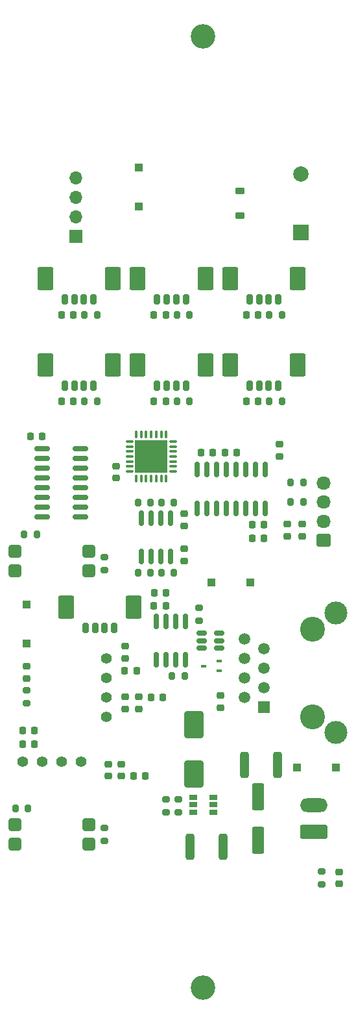
<source format=gbr>
%TF.GenerationSoftware,KiCad,Pcbnew,7.0.10*%
%TF.CreationDate,2024-04-30T16:54:10+09:00*%
%TF.ProjectId,Panel_board,50616e65-6c5f-4626-9f61-72642e6b6963,rev?*%
%TF.SameCoordinates,Original*%
%TF.FileFunction,Soldermask,Top*%
%TF.FilePolarity,Negative*%
%FSLAX46Y46*%
G04 Gerber Fmt 4.6, Leading zero omitted, Abs format (unit mm)*
G04 Created by KiCad (PCBNEW 7.0.10) date 2024-04-30 16:54:10*
%MOMM*%
%LPD*%
G01*
G04 APERTURE LIST*
G04 Aperture macros list*
%AMRoundRect*
0 Rectangle with rounded corners*
0 $1 Rounding radius*
0 $2 $3 $4 $5 $6 $7 $8 $9 X,Y pos of 4 corners*
0 Add a 4 corners polygon primitive as box body*
4,1,4,$2,$3,$4,$5,$6,$7,$8,$9,$2,$3,0*
0 Add four circle primitives for the rounded corners*
1,1,$1+$1,$2,$3*
1,1,$1+$1,$4,$5*
1,1,$1+$1,$6,$7*
1,1,$1+$1,$8,$9*
0 Add four rect primitives between the rounded corners*
20,1,$1+$1,$2,$3,$4,$5,0*
20,1,$1+$1,$4,$5,$6,$7,0*
20,1,$1+$1,$6,$7,$8,$9,0*
20,1,$1+$1,$8,$9,$2,$3,0*%
G04 Aperture macros list end*
%ADD10R,1.000000X1.000000*%
%ADD11RoundRect,0.200000X0.200000X0.275000X-0.200000X0.275000X-0.200000X-0.275000X0.200000X-0.275000X0*%
%ADD12RoundRect,0.200000X-0.275000X0.200000X-0.275000X-0.200000X0.275000X-0.200000X0.275000X0.200000X0*%
%ADD13RoundRect,0.250000X0.675000X-0.600000X0.675000X0.600000X-0.675000X0.600000X-0.675000X-0.600000X0*%
%ADD14O,1.850000X1.700000*%
%ADD15RoundRect,0.225000X-0.250000X0.225000X-0.250000X-0.225000X0.250000X-0.225000X0.250000X0.225000X0*%
%ADD16C,3.200000*%
%ADD17RoundRect,0.225000X0.225000X0.250000X-0.225000X0.250000X-0.225000X-0.250000X0.225000X-0.250000X0*%
%ADD18C,1.400000*%
%ADD19RoundRect,0.150000X-0.150000X0.850000X-0.150000X-0.850000X0.150000X-0.850000X0.150000X0.850000X0*%
%ADD20RoundRect,0.250000X1.550000X-0.650000X1.550000X0.650000X-1.550000X0.650000X-1.550000X-0.650000X0*%
%ADD21O,3.600000X1.800000*%
%ADD22RoundRect,0.225000X0.250000X-0.225000X0.250000X0.225000X-0.250000X0.225000X-0.250000X-0.225000X0*%
%ADD23C,3.250000*%
%ADD24R,1.500000X1.500000*%
%ADD25C,1.500000*%
%ADD26C,3.000000*%
%ADD27RoundRect,0.290520X-0.516480X-0.546480X0.516480X-0.546480X0.516480X0.546480X-0.516480X0.546480X0*%
%ADD28RoundRect,0.200000X0.275000X-0.200000X0.275000X0.200000X-0.275000X0.200000X-0.275000X-0.200000X0*%
%ADD29RoundRect,0.200000X-0.200000X-0.275000X0.200000X-0.275000X0.200000X0.275000X-0.200000X0.275000X0*%
%ADD30RoundRect,0.250000X0.550000X-1.500000X0.550000X1.500000X-0.550000X1.500000X-0.550000X-1.500000X0*%
%ADD31RoundRect,0.200000X0.200000X0.450000X-0.200000X0.450000X-0.200000X-0.450000X0.200000X-0.450000X0*%
%ADD32RoundRect,0.250001X0.799999X1.249999X-0.799999X1.249999X-0.799999X-1.249999X0.799999X-1.249999X0*%
%ADD33RoundRect,0.218750X0.218750X0.256250X-0.218750X0.256250X-0.218750X-0.256250X0.218750X-0.256250X0*%
%ADD34RoundRect,0.225000X-0.225000X-0.250000X0.225000X-0.250000X0.225000X0.250000X-0.225000X0.250000X0*%
%ADD35R,1.000000X0.700000*%
%ADD36RoundRect,0.218750X-0.256250X0.218750X-0.256250X-0.218750X0.256250X-0.218750X0.256250X0.218750X0*%
%ADD37R,2.000000X2.000000*%
%ADD38C,2.000000*%
%ADD39RoundRect,0.150000X0.150000X-0.825000X0.150000X0.825000X-0.150000X0.825000X-0.150000X-0.825000X0*%
%ADD40RoundRect,0.218750X-0.218750X-0.256250X0.218750X-0.256250X0.218750X0.256250X-0.218750X0.256250X0*%
%ADD41R,1.700000X1.700000*%
%ADD42O,1.700000X1.700000*%
%ADD43RoundRect,0.225000X0.375000X-0.225000X0.375000X0.225000X-0.375000X0.225000X-0.375000X-0.225000X0*%
%ADD44RoundRect,0.150000X-0.150000X0.825000X-0.150000X-0.825000X0.150000X-0.825000X0.150000X0.825000X0*%
%ADD45RoundRect,0.150000X-0.512500X-0.150000X0.512500X-0.150000X0.512500X0.150000X-0.512500X0.150000X0*%
%ADD46R,0.700000X0.450000*%
%ADD47RoundRect,0.250000X-0.312500X-1.450000X0.312500X-1.450000X0.312500X1.450000X-0.312500X1.450000X0*%
%ADD48RoundRect,0.250000X1.000000X-1.500000X1.000000X1.500000X-1.000000X1.500000X-1.000000X-1.500000X0*%
%ADD49RoundRect,0.075000X-0.437500X-0.075000X0.437500X-0.075000X0.437500X0.075000X-0.437500X0.075000X0*%
%ADD50RoundRect,0.075000X-0.075000X-0.437500X0.075000X-0.437500X0.075000X0.437500X-0.075000X0.437500X0*%
%ADD51R,4.250000X4.250000*%
%ADD52RoundRect,0.250000X0.312500X1.450000X-0.312500X1.450000X-0.312500X-1.450000X0.312500X-1.450000X0*%
%ADD53RoundRect,0.150000X0.825000X0.150000X-0.825000X0.150000X-0.825000X-0.150000X0.825000X-0.150000X0*%
G04 APERTURE END LIST*
D10*
%TO.C,TP8*%
X-8382000Y-22225000D03*
%TD*%
D11*
%TO.C,R13*%
X-2350000Y-83357000D03*
X-4000000Y-83357000D03*
%TD*%
D12*
%TO.C,R9*%
X-12827000Y-67927000D03*
X-12827000Y-69577000D03*
%TD*%
D13*
%TO.C,J2*%
X15765000Y-65726000D03*
D14*
X15765000Y-63226000D03*
X15765000Y-60726000D03*
X15765000Y-58226000D03*
%TD*%
D15*
%TO.C,C13*%
X-11303000Y-56039000D03*
X-11303000Y-57589000D03*
%TD*%
D16*
%TO.C,H2*%
X0Y-124000000D03*
%TD*%
D17*
%TO.C,C23*%
X7229000Y-47626000D03*
X5679000Y-47626000D03*
%TD*%
%TO.C,C22*%
X-16901000Y-36323000D03*
X-18451000Y-36323000D03*
%TD*%
D18*
%TO.C,U1*%
X-15875000Y-94533000D03*
X-18415000Y-94533000D03*
X-20955000Y-94533000D03*
X-23495000Y-94533000D03*
%TD*%
D12*
%TO.C,R10*%
X-12827000Y-103233000D03*
X-12827000Y-104883000D03*
%TD*%
D19*
%TO.C,U4*%
X8128000Y-56513000D03*
X6858000Y-56513000D03*
X5588000Y-56513000D03*
X4318000Y-56513000D03*
X3048000Y-56513000D03*
X1778000Y-56513000D03*
X508000Y-56513000D03*
X-762000Y-56513000D03*
X-762000Y-61513000D03*
X508000Y-61513000D03*
X1778000Y-61513000D03*
X3048000Y-61513000D03*
X4318000Y-61513000D03*
X5588000Y-61513000D03*
X6858000Y-61513000D03*
X8128000Y-61513000D03*
%TD*%
D20*
%TO.C,J1*%
X14466500Y-103721000D03*
D21*
X14466500Y-100221000D03*
%TD*%
D22*
%TO.C,C19*%
X2286000Y-87516000D03*
X2286000Y-85966000D03*
%TD*%
D23*
%TO.C,J11*%
X14351000Y-88691000D03*
X14351000Y-77261000D03*
D24*
X8001000Y-87421000D03*
D25*
X5461000Y-86151000D03*
X8001000Y-84881000D03*
X5461000Y-83611000D03*
X8001000Y-82341000D03*
X5461000Y-81071000D03*
X8001000Y-79801000D03*
X5461000Y-78531000D03*
D26*
X17401000Y-90746000D03*
X17401000Y-75206000D03*
%TD*%
D22*
%TO.C,C9*%
X-12319000Y-96451000D03*
X-12319000Y-94901000D03*
%TD*%
D27*
%TO.C,U6*%
X-24535000Y-102788000D03*
X-24535000Y-105328000D03*
X-14835000Y-105328000D03*
X-14835000Y-102788000D03*
%TD*%
D10*
%TO.C,TP6*%
X17399000Y-95295000D03*
%TD*%
D28*
%TO.C,R16*%
X-3175000Y-101155000D03*
X-3175000Y-99505000D03*
%TD*%
D11*
%TO.C,R17*%
X10327000Y-36323000D03*
X8677000Y-36323000D03*
%TD*%
D15*
%TO.C,C6*%
X10033000Y-53200000D03*
X10033000Y-54750000D03*
%TD*%
D10*
%TO.C,TP1*%
X-22987000Y-74086000D03*
%TD*%
D11*
%TO.C,R11*%
X-3747000Y-69895000D03*
X-5397000Y-69895000D03*
%TD*%
%TO.C,R19*%
X-13803000Y-36323000D03*
X-15453000Y-36323000D03*
%TD*%
D29*
%TO.C,R5*%
X11494000Y-60706000D03*
X13144000Y-60706000D03*
%TD*%
D30*
%TO.C,C28*%
X7239000Y-104781000D03*
X7239000Y-99181000D03*
%TD*%
D17*
%TO.C,C3*%
X1283000Y-54274000D03*
X-267000Y-54274000D03*
%TD*%
%TO.C,C25*%
X-16901000Y-47626000D03*
X-18451000Y-47626000D03*
%TD*%
D31*
%TO.C,J7*%
X-14274000Y-34291000D03*
X-15524000Y-34291000D03*
X-16774000Y-34291000D03*
X-18024000Y-34291000D03*
D32*
X-11724000Y-31541000D03*
X-20574000Y-31541000D03*
%TD*%
D15*
%TO.C,C18*%
X-8382000Y-86138000D03*
X-8382000Y-87688000D03*
%TD*%
D33*
%TO.C,FB2*%
X-8610500Y-82722000D03*
X-10185500Y-82722000D03*
%TD*%
D34*
%TO.C,C17*%
X-6363000Y-72562000D03*
X-4813000Y-72562000D03*
%TD*%
D35*
%TO.C,Q2*%
X-1234000Y-99253000D03*
X-1234000Y-100203000D03*
X-1234000Y-101153000D03*
X1366000Y-101153000D03*
X1366000Y-100203000D03*
X1366000Y-99253000D03*
%TD*%
D36*
%TO.C,D2*%
X-22987000Y-82163000D03*
X-22987000Y-83738000D03*
%TD*%
D28*
%TO.C,R7*%
X-22987000Y-86950500D03*
X-22987000Y-85300500D03*
%TD*%
D17*
%TO.C,C21*%
X-4836000Y-36323000D03*
X-6386000Y-36323000D03*
%TD*%
D22*
%TO.C,C14*%
X-10160000Y-81084000D03*
X-10160000Y-79534000D03*
%TD*%
D11*
%TO.C,R1*%
X-3747000Y-60751000D03*
X-5397000Y-60751000D03*
%TD*%
%TO.C,R20*%
X10327000Y-47626000D03*
X8677000Y-47626000D03*
%TD*%
D31*
%TO.C,J10*%
X-14274000Y-45594000D03*
X-15524000Y-45594000D03*
X-16774000Y-45594000D03*
X-18024000Y-45594000D03*
D32*
X-11724000Y-42844000D03*
X-20574000Y-42844000D03*
%TD*%
D10*
%TO.C,TP7*%
X-8382000Y-17145000D03*
%TD*%
D22*
%TO.C,C1*%
X-2413000Y-63812000D03*
X-2413000Y-62262000D03*
%TD*%
D10*
%TO.C,TP4*%
X6223000Y-71165000D03*
%TD*%
D33*
%TO.C,FB1*%
X-21945500Y-90469000D03*
X-23520500Y-90469000D03*
%TD*%
D31*
%TO.C,J5*%
X9856000Y-34291000D03*
X8606000Y-34291000D03*
X7356000Y-34291000D03*
X6106000Y-34291000D03*
D32*
X12406000Y-31541000D03*
X3556000Y-31541000D03*
%TD*%
D27*
%TO.C,U3*%
X-24559000Y-67101000D03*
X-24559000Y-69641000D03*
X-14859000Y-69641000D03*
X-14859000Y-67101000D03*
%TD*%
D15*
%TO.C,C16*%
X-10160000Y-86138000D03*
X-10160000Y-87688000D03*
%TD*%
D37*
%TO.C,BZ1*%
X12827000Y-25562000D03*
D38*
X12827000Y-17962000D03*
%TD*%
D39*
%TO.C,U7*%
X-6096000Y-81260000D03*
X-4826000Y-81260000D03*
X-3556000Y-81260000D03*
X-2286000Y-81260000D03*
X-2286000Y-76310000D03*
X-3556000Y-76310000D03*
X-4826000Y-76310000D03*
X-6096000Y-76310000D03*
%TD*%
D11*
%TO.C,R22*%
X-13803000Y-47626000D03*
X-15453000Y-47626000D03*
%TD*%
D22*
%TO.C,C10*%
X-10668000Y-96451000D03*
X-10668000Y-94901000D03*
%TD*%
D31*
%TO.C,J9*%
X-2209000Y-45594000D03*
X-3459000Y-45594000D03*
X-4709000Y-45594000D03*
X-5959000Y-45594000D03*
D32*
X341000Y-42844000D03*
X-8509000Y-42844000D03*
%TD*%
D11*
%TO.C,R2*%
X-6795000Y-60751000D03*
X-8445000Y-60751000D03*
%TD*%
D40*
%TO.C,TH1*%
X-9042500Y-96438000D03*
X-7467500Y-96438000D03*
%TD*%
D34*
%TO.C,C12*%
X6464000Y-65450000D03*
X8014000Y-65450000D03*
%TD*%
D40*
%TO.C,TH2*%
X-6756500Y-86151000D03*
X-5181500Y-86151000D03*
%TD*%
D41*
%TO.C,J3*%
X-16580000Y-26070000D03*
D42*
X-16580000Y-23530000D03*
X-16580000Y-20990000D03*
X-16580000Y-18450000D03*
%TD*%
D11*
%TO.C,R18*%
X-1738000Y-36323000D03*
X-3388000Y-36323000D03*
%TD*%
%TO.C,R4*%
X-21654000Y-64942000D03*
X-23304000Y-64942000D03*
%TD*%
D12*
%TO.C,R14*%
X-508000Y-74531000D03*
X-508000Y-76181000D03*
%TD*%
D31*
%TO.C,J8*%
X9856000Y-45594000D03*
X8606000Y-45594000D03*
X7356000Y-45594000D03*
X6106000Y-45594000D03*
D32*
X12406000Y-42844000D03*
X3556000Y-42844000D03*
%TD*%
D15*
%TO.C,C5*%
X-2413000Y-66834000D03*
X-2413000Y-68384000D03*
%TD*%
D43*
%TO.C,D3*%
X4826000Y-23412000D03*
X4826000Y-20112000D03*
%TD*%
D44*
%TO.C,U2*%
X-4191000Y-62848000D03*
X-5461000Y-62848000D03*
X-6731000Y-62848000D03*
X-8001000Y-62848000D03*
X-8001000Y-67798000D03*
X-6731000Y-67798000D03*
X-5461000Y-67798000D03*
X-4191000Y-67798000D03*
%TD*%
D18*
%TO.C,U8*%
X-12573000Y-88691000D03*
X-12573000Y-86151000D03*
X-12573000Y-83611000D03*
X-12573000Y-81071000D03*
%TD*%
D45*
%TO.C,U9*%
X-121500Y-77835000D03*
X-121500Y-78785000D03*
X-121500Y-79735000D03*
X2153500Y-79735000D03*
X2153500Y-78785000D03*
X2153500Y-77835000D03*
%TD*%
D29*
%TO.C,R6*%
X-24447000Y-100629000D03*
X-22797000Y-100629000D03*
%TD*%
%TO.C,R12*%
X-8445000Y-69895000D03*
X-6795000Y-69895000D03*
%TD*%
D10*
%TO.C,TP3*%
X1143000Y-71165000D03*
%TD*%
D12*
%TO.C,R15*%
X-4826000Y-99505000D03*
X-4826000Y-101155000D03*
%TD*%
D17*
%TO.C,C20*%
X7229000Y-36323000D03*
X5679000Y-36323000D03*
%TD*%
D34*
%TO.C,C11*%
X6464000Y-63712000D03*
X8014000Y-63712000D03*
%TD*%
D46*
%TO.C,U10*%
X2143000Y-82737000D03*
X2143000Y-81437000D03*
X143000Y-82087000D03*
%TD*%
D31*
%TO.C,J6*%
X-2209000Y-34291000D03*
X-3459000Y-34291000D03*
X-4709000Y-34291000D03*
X-5959000Y-34291000D03*
D32*
X341000Y-31541000D03*
X-8509000Y-31541000D03*
%TD*%
D10*
%TO.C,TP5*%
X12319000Y-95295000D03*
%TD*%
D11*
%TO.C,R21*%
X-1738000Y-47626000D03*
X-3388000Y-47626000D03*
%TD*%
D34*
%TO.C,C2*%
X-23508000Y-92247000D03*
X-21958000Y-92247000D03*
%TD*%
D47*
%TO.C,F1*%
X5482500Y-94996000D03*
X9757500Y-94996000D03*
%TD*%
D29*
%TO.C,R3*%
X11494000Y-58166000D03*
X13144000Y-58166000D03*
%TD*%
D34*
%TO.C,C7*%
X2908000Y-54274000D03*
X4458000Y-54274000D03*
%TD*%
D12*
%TO.C,R8*%
X15494000Y-108903000D03*
X15494000Y-110553000D03*
%TD*%
D48*
%TO.C,C27*%
X-1143000Y-96214000D03*
X-1143000Y-89714000D03*
%TD*%
D16*
%TO.C,H1*%
X0Y0D03*
%TD*%
D31*
%TO.C,J12*%
X-11557000Y-77134000D03*
X-12807000Y-77134000D03*
X-14057000Y-77134000D03*
X-15307000Y-77134000D03*
D32*
X-9007000Y-74384000D03*
X-17857000Y-74384000D03*
%TD*%
D22*
%TO.C,C8*%
X12954000Y-65164000D03*
X12954000Y-63614000D03*
%TD*%
D49*
%TO.C,U5*%
X-9568500Y-52832000D03*
X-9568500Y-53482000D03*
X-9568500Y-54132000D03*
X-9568500Y-54782000D03*
X-9568500Y-55432000D03*
X-9568500Y-56082000D03*
X-9568500Y-56732000D03*
D50*
X-8681000Y-57619500D03*
X-8031000Y-57619500D03*
X-7381000Y-57619500D03*
X-6731000Y-57619500D03*
X-6081000Y-57619500D03*
X-5431000Y-57619500D03*
X-4781000Y-57619500D03*
D49*
X-3893500Y-56732000D03*
X-3893500Y-56082000D03*
X-3893500Y-55432000D03*
X-3893500Y-54782000D03*
X-3893500Y-54132000D03*
X-3893500Y-53482000D03*
X-3893500Y-52832000D03*
D50*
X-4781000Y-51944500D03*
X-5431000Y-51944500D03*
X-6081000Y-51944500D03*
X-6731000Y-51944500D03*
X-7381000Y-51944500D03*
X-8031000Y-51944500D03*
X-8681000Y-51944500D03*
D51*
X-6731000Y-54782000D03*
%TD*%
D34*
%TO.C,C26*%
X-22492000Y-52115000D03*
X-20942000Y-52115000D03*
%TD*%
D52*
%TO.C,TH3*%
X2645500Y-105664000D03*
X-1629500Y-105664000D03*
%TD*%
D10*
%TO.C,TP2*%
X-22987000Y-79166000D03*
%TD*%
D17*
%TO.C,C24*%
X-4836000Y-47626000D03*
X-6386000Y-47626000D03*
%TD*%
D53*
%TO.C,U11*%
X-16005000Y-62656000D03*
X-16005000Y-61386000D03*
X-16005000Y-60116000D03*
X-16005000Y-58846000D03*
X-16005000Y-57576000D03*
X-16005000Y-56306000D03*
X-16005000Y-55036000D03*
X-16005000Y-53766000D03*
X-20955000Y-53766000D03*
X-20955000Y-55036000D03*
X-20955000Y-56306000D03*
X-20955000Y-57576000D03*
X-20955000Y-58846000D03*
X-20955000Y-60116000D03*
X-20955000Y-61386000D03*
X-20955000Y-62656000D03*
%TD*%
D34*
%TO.C,C15*%
X-6376000Y-74213000D03*
X-4826000Y-74213000D03*
%TD*%
D22*
%TO.C,C4*%
X11049000Y-65164000D03*
X11049000Y-63614000D03*
%TD*%
D36*
%TO.C,D1*%
X17780000Y-108940500D03*
X17780000Y-110515500D03*
%TD*%
M02*

</source>
